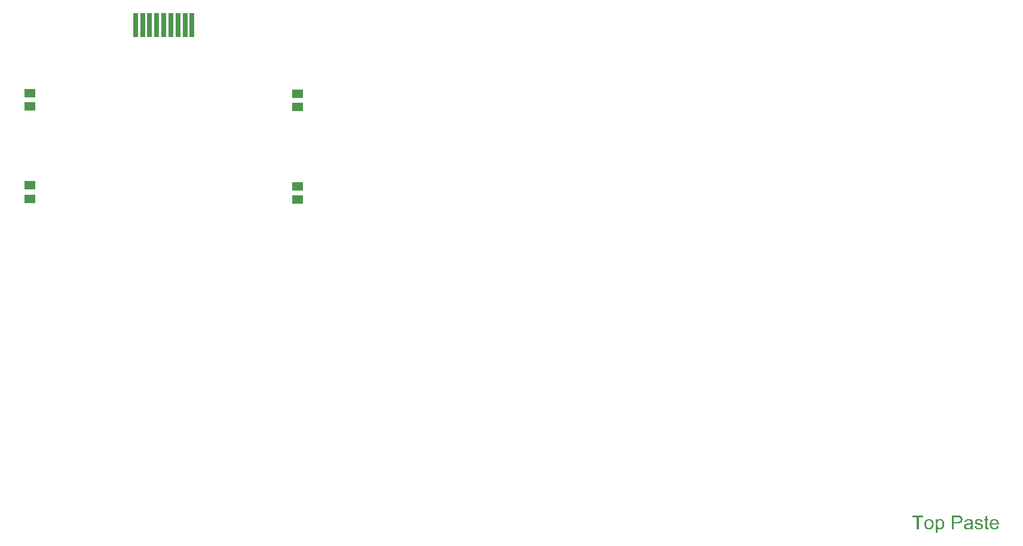
<source format=gtp>
%FSLAX25Y25*%
%MOIN*%
G70*
G01*
G75*
G04 Layer_Color=8421504*
%ADD10R,0.05906X0.05118*%
%ADD11R,0.03000X0.13386*%
%ADD12C,0.01200*%
%ADD13C,0.02500*%
%ADD14C,0.05000*%
%ADD15C,0.17716*%
%ADD16C,0.08661*%
%ADD17C,0.05906*%
%ADD18C,0.10000*%
%ADD19C,0.07874*%
%ADD20C,0.07000*%
%ADD21R,0.07000X0.07000*%
%ADD22C,0.07874*%
%ADD23R,0.05906X0.05906*%
%ADD24R,0.07000X0.07000*%
%ADD25C,0.04724*%
%ADD26C,0.06000*%
%ADD27C,0.03150*%
%ADD28C,0.03937*%
%ADD29R,0.03937X0.11811*%
%ADD30R,0.02756X0.03937*%
%ADD31R,0.03600X0.03600*%
%ADD32R,0.05000X0.03600*%
%ADD33R,0.02362X0.03543*%
%ADD34R,0.03543X0.02362*%
%ADD35R,0.03937X0.04331*%
%ADD36R,0.09843X0.07087*%
%ADD37R,0.07087X0.09843*%
%ADD38R,0.06299X0.13780*%
%ADD39R,0.13780X0.06299*%
%ADD40R,0.03937X0.02362*%
%ADD41O,0.08858X0.01575*%
%ADD42R,0.06890X0.04921*%
%ADD43O,0.02165X0.06890*%
%ADD44O,0.06890X0.02165*%
%ADD45R,0.07087X0.03937*%
%ADD46R,0.04331X0.03937*%
%ADD47R,0.07874X0.03150*%
%ADD48R,0.03600X0.05000*%
%ADD49R,0.03600X0.03600*%
%ADD50R,0.02559X0.04331*%
%ADD51R,0.05315X0.01575*%
%ADD52R,0.06299X0.08268*%
%ADD53R,0.07480X0.07480*%
%ADD54R,0.21654X0.08465*%
%ADD55R,0.05000X0.02500*%
%ADD56R,0.10000X0.10512*%
%ADD57C,0.02000*%
%ADD58C,0.10000*%
%ADD59R,0.46850X0.13386*%
%ADD60R,0.24410X0.18504*%
%ADD61R,0.34646X0.04724*%
%ADD62R,0.25591X0.18110*%
%ADD63R,0.20079X0.05512*%
%ADD64R,0.10236X0.26378*%
%ADD65R,0.27559X0.20472*%
%ADD66R,0.27165X0.35433*%
%ADD67R,0.08661X0.04331*%
%ADD68R,0.09449X0.02362*%
%ADD69R,0.05118X0.07087*%
%ADD70R,0.03937X0.05118*%
%ADD71R,0.03937X0.03150*%
%ADD72R,0.07874X0.15748*%
%ADD73C,0.00965*%
%ADD74C,0.01000*%
%ADD75C,0.00500*%
%ADD76C,0.00700*%
G36*
X508375Y48823D02*
X505842D01*
Y42046D01*
X504820D01*
Y48823D01*
X502287D01*
Y49734D01*
X508375D01*
Y48823D01*
D02*
G37*
G36*
X543871Y47623D02*
X544827D01*
Y46890D01*
X543871D01*
Y43612D01*
Y43590D01*
Y43546D01*
Y43479D01*
X543883Y43401D01*
X543894Y43223D01*
X543905Y43146D01*
X543916Y43090D01*
X543927Y43068D01*
X543960Y43023D01*
X544005Y42968D01*
X544082Y42912D01*
X544105Y42901D01*
X544160Y42879D01*
X544260Y42857D01*
X544405Y42846D01*
X544516D01*
X544571Y42857D01*
X544649D01*
X544738Y42868D01*
X544827Y42879D01*
X544949Y42046D01*
X544927D01*
X544882Y42035D01*
X544805Y42024D01*
X544705Y42012D01*
X544594Y41990D01*
X544471Y41979D01*
X544227Y41968D01*
X544138D01*
X544049Y41979D01*
X543938Y41990D01*
X543805Y42001D01*
X543672Y42035D01*
X543549Y42068D01*
X543427Y42123D01*
X543416Y42135D01*
X543383Y42157D01*
X543338Y42190D01*
X543271Y42246D01*
X543216Y42301D01*
X543149Y42379D01*
X543083Y42457D01*
X543038Y42557D01*
Y42568D01*
X543016Y42612D01*
X543005Y42690D01*
X542983Y42801D01*
X542960Y42946D01*
X542949Y43034D01*
Y43134D01*
X542938Y43257D01*
X542927Y43379D01*
Y43512D01*
Y43668D01*
Y46890D01*
X542227D01*
Y47623D01*
X542927D01*
Y49001D01*
X543871Y49567D01*
Y47623D01*
D02*
G37*
G36*
X534017Y47734D02*
X534184Y47723D01*
X534372Y47701D01*
X534561Y47667D01*
X534750Y47623D01*
X534928Y47567D01*
X534950Y47556D01*
X535006Y47534D01*
X535083Y47501D01*
X535183Y47456D01*
X535294Y47390D01*
X535406Y47323D01*
X535506Y47234D01*
X535595Y47145D01*
X535606Y47134D01*
X535628Y47101D01*
X535661Y47045D01*
X535706Y46979D01*
X535761Y46879D01*
X535806Y46779D01*
X535850Y46656D01*
X535883Y46512D01*
Y46501D01*
X535894Y46468D01*
X535906Y46401D01*
X535917Y46312D01*
Y46190D01*
X535928Y46045D01*
X535939Y45856D01*
Y45645D01*
Y44379D01*
Y44368D01*
Y44323D01*
Y44257D01*
Y44168D01*
Y44068D01*
Y43946D01*
X535950Y43679D01*
Y43401D01*
X535961Y43123D01*
X535972Y43001D01*
Y42890D01*
X535983Y42790D01*
X535994Y42712D01*
Y42701D01*
X536006Y42657D01*
X536017Y42590D01*
X536050Y42501D01*
X536072Y42401D01*
X536117Y42290D01*
X536172Y42168D01*
X536228Y42046D01*
X535239D01*
X535228Y42057D01*
X535217Y42101D01*
X535194Y42157D01*
X535161Y42246D01*
X535128Y42346D01*
X535106Y42468D01*
X535083Y42601D01*
X535061Y42746D01*
X535050D01*
X535039Y42723D01*
X534972Y42668D01*
X534872Y42590D01*
X534739Y42490D01*
X534572Y42390D01*
X534406Y42279D01*
X534228Y42179D01*
X534039Y42101D01*
X534017Y42090D01*
X533950Y42079D01*
X533850Y42046D01*
X533728Y42012D01*
X533572Y41979D01*
X533395Y41957D01*
X533195Y41935D01*
X532995Y41923D01*
X532906D01*
X532839Y41935D01*
X532761D01*
X532673Y41946D01*
X532473Y41979D01*
X532250Y42035D01*
X532006Y42112D01*
X531784Y42224D01*
X531584Y42368D01*
X531562Y42390D01*
X531506Y42446D01*
X531428Y42546D01*
X531339Y42679D01*
X531250Y42846D01*
X531173Y43034D01*
X531117Y43268D01*
X531106Y43379D01*
X531095Y43512D01*
Y43534D01*
Y43579D01*
X531106Y43657D01*
X531117Y43757D01*
X531139Y43879D01*
X531173Y44001D01*
X531217Y44134D01*
X531273Y44257D01*
X531284Y44268D01*
X531306Y44312D01*
X531351Y44379D01*
X531406Y44457D01*
X531473Y44546D01*
X531562Y44634D01*
X531650Y44723D01*
X531762Y44801D01*
X531773Y44812D01*
X531817Y44834D01*
X531873Y44879D01*
X531961Y44923D01*
X532061Y44968D01*
X532184Y45023D01*
X532306Y45068D01*
X532450Y45112D01*
X532462D01*
X532506Y45123D01*
X532573Y45145D01*
X532661Y45156D01*
X532773Y45179D01*
X532917Y45201D01*
X533084Y45234D01*
X533284Y45257D01*
X533295D01*
X533339Y45268D01*
X533395D01*
X533472Y45279D01*
X533561Y45290D01*
X533673Y45312D01*
X533795Y45323D01*
X533928Y45345D01*
X534195Y45401D01*
X534483Y45456D01*
X534739Y45523D01*
X534861Y45557D01*
X534972Y45590D01*
Y45601D01*
Y45623D01*
X534983Y45690D01*
Y45768D01*
Y45812D01*
Y45834D01*
Y45845D01*
Y45856D01*
Y45923D01*
X534972Y46034D01*
X534950Y46156D01*
X534917Y46290D01*
X534861Y46423D01*
X534795Y46545D01*
X534706Y46645D01*
X534695Y46656D01*
X534639Y46701D01*
X534550Y46745D01*
X534439Y46812D01*
X534283Y46867D01*
X534106Y46923D01*
X533884Y46956D01*
X533628Y46968D01*
X533517D01*
X533406Y46956D01*
X533250Y46934D01*
X533095Y46912D01*
X532928Y46867D01*
X532773Y46812D01*
X532639Y46734D01*
X532628Y46723D01*
X532584Y46690D01*
X532528Y46634D01*
X532462Y46545D01*
X532395Y46434D01*
X532317Y46290D01*
X532250Y46112D01*
X532184Y45912D01*
X531262Y46034D01*
Y46045D01*
X531273Y46056D01*
Y46090D01*
X531284Y46134D01*
X531317Y46234D01*
X531362Y46379D01*
X531417Y46523D01*
X531484Y46679D01*
X531573Y46834D01*
X531673Y46979D01*
X531684Y46990D01*
X531728Y47034D01*
X531795Y47101D01*
X531884Y47190D01*
X532006Y47278D01*
X532150Y47367D01*
X532317Y47467D01*
X532506Y47545D01*
X532517D01*
X532528Y47556D01*
X532561Y47567D01*
X532606Y47578D01*
X532717Y47612D01*
X532872Y47645D01*
X533050Y47679D01*
X533273Y47712D01*
X533506Y47734D01*
X533773Y47745D01*
X533895D01*
X534017Y47734D01*
D02*
G37*
G36*
X527695Y49723D02*
X527884Y49712D01*
X528084Y49700D01*
X528273Y49678D01*
X528440Y49656D01*
X528462D01*
X528540Y49634D01*
X528640Y49612D01*
X528773Y49578D01*
X528917Y49523D01*
X529073Y49456D01*
X529240Y49378D01*
X529384Y49289D01*
X529406Y49278D01*
X529451Y49245D01*
X529517Y49178D01*
X529606Y49101D01*
X529706Y49001D01*
X529806Y48867D01*
X529917Y48723D01*
X530006Y48556D01*
X530017Y48534D01*
X530040Y48478D01*
X530084Y48378D01*
X530128Y48245D01*
X530162Y48090D01*
X530206Y47912D01*
X530228Y47712D01*
X530239Y47501D01*
Y47490D01*
Y47456D01*
Y47412D01*
X530228Y47334D01*
X530217Y47256D01*
X530206Y47156D01*
X530184Y47045D01*
X530162Y46923D01*
X530084Y46668D01*
X530040Y46534D01*
X529973Y46390D01*
X529895Y46245D01*
X529817Y46112D01*
X529717Y45979D01*
X529606Y45845D01*
X529595Y45834D01*
X529573Y45812D01*
X529539Y45779D01*
X529484Y45745D01*
X529417Y45690D01*
X529328Y45634D01*
X529217Y45568D01*
X529095Y45512D01*
X528951Y45445D01*
X528784Y45379D01*
X528606Y45323D01*
X528395Y45279D01*
X528173Y45234D01*
X527929Y45201D01*
X527651Y45179D01*
X527362Y45168D01*
X525395D01*
Y42046D01*
X524373D01*
Y49734D01*
X527529D01*
X527695Y49723D01*
D02*
G37*
G36*
X511752Y47734D02*
X511852Y47723D01*
X511964Y47701D01*
X512086Y47679D01*
X512230Y47656D01*
X512530Y47556D01*
X512686Y47501D01*
X512841Y47423D01*
X512997Y47345D01*
X513152Y47234D01*
X513297Y47123D01*
X513441Y46990D01*
X513452Y46979D01*
X513475Y46956D01*
X513508Y46912D01*
X513552Y46856D01*
X513608Y46779D01*
X513674Y46679D01*
X513741Y46567D01*
X513808Y46445D01*
X513874Y46312D01*
X513941Y46145D01*
X514008Y45979D01*
X514063Y45790D01*
X514108Y45590D01*
X514141Y45379D01*
X514163Y45156D01*
X514174Y44912D01*
Y44901D01*
Y44868D01*
Y44812D01*
Y44734D01*
X514163Y44646D01*
X514152Y44534D01*
Y44423D01*
X514130Y44301D01*
X514097Y44023D01*
X514030Y43746D01*
X513952Y43468D01*
X513841Y43212D01*
Y43201D01*
X513830Y43190D01*
X513808Y43157D01*
X513786Y43112D01*
X513708Y43001D01*
X513608Y42868D01*
X513475Y42712D01*
X513308Y42557D01*
X513119Y42401D01*
X512897Y42257D01*
X512886D01*
X512875Y42246D01*
X512841Y42224D01*
X512786Y42201D01*
X512730Y42179D01*
X512664Y42157D01*
X512497Y42090D01*
X512308Y42035D01*
X512075Y41979D01*
X511830Y41935D01*
X511564Y41923D01*
X511452D01*
X511364Y41935D01*
X511264Y41946D01*
X511153Y41968D01*
X511019Y41990D01*
X510886Y42012D01*
X510586Y42101D01*
X510419Y42168D01*
X510264Y42235D01*
X510108Y42323D01*
X509953Y42423D01*
X509808Y42535D01*
X509664Y42668D01*
X509653Y42679D01*
X509630Y42701D01*
X509597Y42746D01*
X509553Y42812D01*
X509497Y42890D01*
X509442Y42979D01*
X509375Y43090D01*
X509308Y43223D01*
X509242Y43368D01*
X509175Y43534D01*
X509119Y43712D01*
X509064Y43901D01*
X509019Y44112D01*
X508986Y44334D01*
X508964Y44579D01*
X508953Y44834D01*
Y44857D01*
Y44901D01*
X508964Y44979D01*
Y45090D01*
X508975Y45212D01*
X508997Y45368D01*
X509019Y45523D01*
X509064Y45701D01*
X509108Y45879D01*
X509164Y46068D01*
X509231Y46268D01*
X509319Y46456D01*
X509408Y46634D01*
X509530Y46812D01*
X509653Y46979D01*
X509808Y47123D01*
X509819Y47134D01*
X509841Y47145D01*
X509886Y47179D01*
X509941Y47223D01*
X510008Y47267D01*
X510097Y47323D01*
X510186Y47379D01*
X510297Y47434D01*
X510419Y47490D01*
X510553Y47545D01*
X510852Y47645D01*
X511197Y47723D01*
X511375Y47734D01*
X511564Y47745D01*
X511675D01*
X511752Y47734D01*
D02*
G37*
G36*
X517930D02*
X518007Y47723D01*
X518174Y47701D01*
X518374Y47656D01*
X518585Y47590D01*
X518796Y47490D01*
X519007Y47367D01*
X519018D01*
X519030Y47345D01*
X519096Y47301D01*
X519196Y47212D01*
X519318Y47101D01*
X519452Y46956D01*
X519585Y46779D01*
X519718Y46567D01*
X519829Y46334D01*
Y46323D01*
X519840Y46301D01*
X519852Y46268D01*
X519874Y46223D01*
X519896Y46156D01*
X519918Y46079D01*
X519974Y45901D01*
X520029Y45679D01*
X520074Y45434D01*
X520107Y45156D01*
X520118Y44868D01*
Y44857D01*
Y44834D01*
Y44790D01*
Y44723D01*
X520107Y44646D01*
Y44557D01*
X520085Y44357D01*
X520041Y44112D01*
X519985Y43857D01*
X519907Y43590D01*
X519807Y43323D01*
Y43312D01*
X519796Y43290D01*
X519774Y43257D01*
X519752Y43212D01*
X519674Y43090D01*
X519574Y42935D01*
X519452Y42768D01*
X519296Y42601D01*
X519118Y42435D01*
X518907Y42279D01*
X518896D01*
X518885Y42268D01*
X518852Y42246D01*
X518807Y42224D01*
X518696Y42168D01*
X518541Y42101D01*
X518352Y42035D01*
X518152Y41979D01*
X517918Y41935D01*
X517685Y41923D01*
X517607D01*
X517519Y41935D01*
X517407Y41946D01*
X517274Y41968D01*
X517130Y42001D01*
X516985Y42046D01*
X516841Y42112D01*
X516830Y42123D01*
X516774Y42146D01*
X516708Y42190D01*
X516619Y42257D01*
X516530Y42323D01*
X516419Y42412D01*
X516319Y42512D01*
X516230Y42623D01*
Y39913D01*
X515285D01*
Y47623D01*
X516141D01*
Y46890D01*
X516152Y46912D01*
X516196Y46956D01*
X516252Y47034D01*
X516341Y47123D01*
X516441Y47234D01*
X516552Y47334D01*
X516685Y47434D01*
X516819Y47523D01*
X516841Y47534D01*
X516885Y47556D01*
X516974Y47590D01*
X517085Y47634D01*
X517219Y47679D01*
X517374Y47712D01*
X517552Y47734D01*
X517752Y47745D01*
X517874D01*
X517930Y47734D01*
D02*
G37*
G36*
X548227D02*
X548315Y47723D01*
X548427Y47701D01*
X548549Y47679D01*
X548693Y47645D01*
X548827Y47612D01*
X548982Y47556D01*
X549126Y47501D01*
X549282Y47423D01*
X549438Y47334D01*
X549593Y47234D01*
X549738Y47112D01*
X549871Y46979D01*
X549882Y46968D01*
X549904Y46945D01*
X549937Y46901D01*
X549982Y46834D01*
X550037Y46756D01*
X550093Y46668D01*
X550160Y46556D01*
X550226Y46423D01*
X550293Y46279D01*
X550360Y46123D01*
X550415Y45945D01*
X550471Y45757D01*
X550515Y45545D01*
X550549Y45323D01*
X550571Y45090D01*
X550582Y44834D01*
Y44823D01*
Y44779D01*
Y44701D01*
X550571Y44590D01*
X546405D01*
Y44579D01*
Y44546D01*
X546416Y44501D01*
Y44434D01*
X546427Y44357D01*
X546449Y44268D01*
X546482Y44068D01*
X546549Y43845D01*
X546638Y43601D01*
X546760Y43379D01*
X546916Y43179D01*
X546927D01*
X546938Y43157D01*
X547005Y43101D01*
X547105Y43023D01*
X547238Y42946D01*
X547415Y42857D01*
X547615Y42779D01*
X547838Y42723D01*
X547960Y42712D01*
X548093Y42701D01*
X548182D01*
X548282Y42712D01*
X548404Y42735D01*
X548538Y42768D01*
X548693Y42812D01*
X548838Y42879D01*
X548982Y42968D01*
X548993Y42979D01*
X549049Y43023D01*
X549115Y43090D01*
X549193Y43179D01*
X549282Y43301D01*
X549382Y43457D01*
X549482Y43635D01*
X549571Y43845D01*
X550549Y43723D01*
Y43712D01*
X550537Y43690D01*
X550526Y43646D01*
X550504Y43579D01*
X550471Y43512D01*
X550437Y43423D01*
X550349Y43235D01*
X550238Y43023D01*
X550082Y42801D01*
X549904Y42590D01*
X549682Y42390D01*
X549671D01*
X549649Y42368D01*
X549615Y42346D01*
X549571Y42312D01*
X549504Y42279D01*
X549438Y42246D01*
X549349Y42201D01*
X549249Y42157D01*
X549138Y42112D01*
X549026Y42068D01*
X548749Y42001D01*
X548438Y41946D01*
X548093Y41923D01*
X547971D01*
X547893Y41935D01*
X547793Y41946D01*
X547671Y41968D01*
X547538Y41990D01*
X547393Y42012D01*
X547082Y42101D01*
X546916Y42168D01*
X546760Y42235D01*
X546593Y42323D01*
X546438Y42423D01*
X546293Y42535D01*
X546149Y42668D01*
X546138Y42679D01*
X546116Y42701D01*
X546082Y42746D01*
X546038Y42812D01*
X545982Y42890D01*
X545927Y42979D01*
X545860Y43090D01*
X545793Y43212D01*
X545727Y43357D01*
X545660Y43512D01*
X545605Y43690D01*
X545549Y43879D01*
X545505Y44079D01*
X545471Y44301D01*
X545449Y44534D01*
X545438Y44779D01*
Y44790D01*
Y44845D01*
Y44912D01*
X545449Y45012D01*
X545460Y45134D01*
X545471Y45268D01*
X545494Y45423D01*
X545527Y45579D01*
X545616Y45934D01*
X545671Y46112D01*
X545738Y46301D01*
X545827Y46479D01*
X545927Y46645D01*
X546038Y46812D01*
X546160Y46968D01*
X546171Y46979D01*
X546193Y47001D01*
X546238Y47034D01*
X546293Y47090D01*
X546360Y47145D01*
X546449Y47212D01*
X546549Y47290D01*
X546671Y47356D01*
X546793Y47434D01*
X546938Y47501D01*
X547093Y47567D01*
X547260Y47623D01*
X547438Y47679D01*
X547627Y47712D01*
X547827Y47734D01*
X548038Y47745D01*
X548149D01*
X548227Y47734D01*
D02*
G37*
G36*
X539450D02*
X539616Y47723D01*
X539794Y47701D01*
X539983Y47656D01*
X540183Y47612D01*
X540372Y47545D01*
X540383D01*
X540394Y47534D01*
X540450Y47512D01*
X540539Y47467D01*
X540650Y47412D01*
X540772Y47334D01*
X540894Y47245D01*
X541005Y47145D01*
X541105Y47034D01*
X541116Y47023D01*
X541138Y46979D01*
X541183Y46901D01*
X541238Y46812D01*
X541294Y46679D01*
X541350Y46534D01*
X541394Y46367D01*
X541438Y46179D01*
X540516Y46056D01*
Y46079D01*
X540505Y46123D01*
X540483Y46201D01*
X540450Y46301D01*
X540394Y46401D01*
X540327Y46512D01*
X540250Y46623D01*
X540138Y46723D01*
X540127Y46734D01*
X540083Y46756D01*
X540016Y46801D01*
X539916Y46845D01*
X539805Y46890D01*
X539661Y46934D01*
X539483Y46956D01*
X539294Y46968D01*
X539183D01*
X539072Y46956D01*
X538928Y46945D01*
X538783Y46912D01*
X538627Y46879D01*
X538483Y46823D01*
X538361Y46745D01*
X538350Y46734D01*
X538316Y46712D01*
X538272Y46668D01*
X538228Y46601D01*
X538172Y46534D01*
X538128Y46445D01*
X538094Y46345D01*
X538083Y46245D01*
Y46234D01*
Y46212D01*
X538094Y46179D01*
Y46134D01*
X538128Y46023D01*
X538194Y45912D01*
X538205Y45901D01*
X538216Y45890D01*
X538239Y45856D01*
X538283Y45823D01*
X538328Y45790D01*
X538394Y45745D01*
X538472Y45712D01*
X538561Y45668D01*
X538572D01*
X538594Y45656D01*
X538639Y45645D01*
X538716Y45612D01*
X538828Y45579D01*
X538972Y45545D01*
X539061Y45512D01*
X539161Y45490D01*
X539272Y45456D01*
X539394Y45423D01*
X539405D01*
X539439Y45412D01*
X539494Y45401D01*
X539561Y45379D01*
X539639Y45357D01*
X539739Y45334D01*
X539950Y45268D01*
X540183Y45201D01*
X540416Y45123D01*
X540627Y45045D01*
X540716Y45012D01*
X540794Y44979D01*
X540816Y44968D01*
X540861Y44945D01*
X540927Y44912D01*
X541027Y44857D01*
X541127Y44790D01*
X541227Y44701D01*
X541327Y44601D01*
X541416Y44490D01*
X541427Y44479D01*
X541449Y44434D01*
X541494Y44368D01*
X541538Y44268D01*
X541572Y44146D01*
X541616Y44012D01*
X541638Y43857D01*
X541649Y43679D01*
Y43657D01*
Y43601D01*
X541638Y43512D01*
X541616Y43390D01*
X541583Y43257D01*
X541527Y43112D01*
X541461Y42946D01*
X541372Y42790D01*
X541361Y42768D01*
X541316Y42723D01*
X541261Y42646D01*
X541172Y42557D01*
X541049Y42457D01*
X540916Y42346D01*
X540761Y42246D01*
X540572Y42146D01*
X540561D01*
X540550Y42135D01*
X540483Y42112D01*
X540372Y42079D01*
X540227Y42035D01*
X540050Y41990D01*
X539850Y41957D01*
X539639Y41935D01*
X539394Y41923D01*
X539294D01*
X539216Y41935D01*
X539127D01*
X539016Y41946D01*
X538905Y41957D01*
X538783Y41979D01*
X538516Y42035D01*
X538239Y42112D01*
X537972Y42224D01*
X537850Y42290D01*
X537739Y42368D01*
X537728Y42379D01*
X537716Y42390D01*
X537650Y42457D01*
X537550Y42557D01*
X537439Y42712D01*
X537317Y42901D01*
X537194Y43123D01*
X537094Y43401D01*
X537017Y43712D01*
X537950Y43857D01*
Y43845D01*
Y43834D01*
X537972Y43768D01*
X537994Y43657D01*
X538039Y43534D01*
X538094Y43401D01*
X538161Y43257D01*
X538261Y43112D01*
X538383Y42990D01*
X538405Y42979D01*
X538450Y42946D01*
X538539Y42901D01*
X538650Y42846D01*
X538794Y42790D01*
X538961Y42746D01*
X539161Y42712D01*
X539394Y42701D01*
X539505D01*
X539616Y42712D01*
X539761Y42735D01*
X539916Y42768D01*
X540083Y42812D01*
X540227Y42868D01*
X540361Y42957D01*
X540372Y42968D01*
X540416Y43001D01*
X540461Y43057D01*
X540527Y43134D01*
X540583Y43223D01*
X540638Y43334D01*
X540672Y43446D01*
X540683Y43579D01*
Y43590D01*
Y43635D01*
X540672Y43690D01*
X540650Y43768D01*
X540616Y43845D01*
X540561Y43923D01*
X540494Y44012D01*
X540394Y44079D01*
X540383Y44090D01*
X540350Y44101D01*
X540294Y44134D01*
X540205Y44168D01*
X540072Y44212D01*
X539994Y44245D01*
X539905Y44268D01*
X539805Y44301D01*
X539694Y44334D01*
X539572Y44368D01*
X539428Y44401D01*
X539416D01*
X539383Y44412D01*
X539327Y44423D01*
X539261Y44445D01*
X539172Y44468D01*
X539072Y44501D01*
X538861Y44557D01*
X538616Y44634D01*
X538383Y44701D01*
X538161Y44779D01*
X538061Y44823D01*
X537983Y44857D01*
X537961Y44868D01*
X537917Y44890D01*
X537850Y44934D01*
X537761Y44990D01*
X537661Y45068D01*
X537561Y45156D01*
X537461Y45257D01*
X537372Y45379D01*
X537361Y45390D01*
X537339Y45434D01*
X537305Y45512D01*
X537272Y45601D01*
X537239Y45712D01*
X537206Y45845D01*
X537183Y45979D01*
X537172Y46134D01*
Y46156D01*
Y46201D01*
X537183Y46268D01*
X537194Y46367D01*
X537217Y46468D01*
X537239Y46590D01*
X537283Y46701D01*
X537339Y46823D01*
X537350Y46834D01*
X537372Y46879D01*
X537405Y46934D01*
X537461Y47012D01*
X537528Y47090D01*
X537605Y47190D01*
X537694Y47278D01*
X537805Y47356D01*
X537816Y47367D01*
X537850Y47379D01*
X537894Y47412D01*
X537961Y47445D01*
X538050Y47490D01*
X538150Y47534D01*
X538272Y47578D01*
X538405Y47623D01*
X538427Y47634D01*
X538472Y47645D01*
X538550Y47667D01*
X538650Y47690D01*
X538772Y47712D01*
X538905Y47723D01*
X539061Y47745D01*
X539327D01*
X539450Y47734D01*
D02*
G37*
%LPC*%
G36*
X548049Y46968D02*
X547982D01*
X547938Y46956D01*
X547816Y46945D01*
X547671Y46912D01*
X547493Y46856D01*
X547304Y46779D01*
X547127Y46668D01*
X546949Y46523D01*
X546927Y46501D01*
X546882Y46445D01*
X546805Y46345D01*
X546727Y46212D01*
X546638Y46056D01*
X546560Y45856D01*
X546493Y45623D01*
X546460Y45368D01*
X549582D01*
Y45379D01*
Y45401D01*
X549571Y45434D01*
Y45479D01*
X549549Y45612D01*
X549515Y45757D01*
X549460Y45934D01*
X549404Y46101D01*
X549315Y46268D01*
X549215Y46412D01*
Y46423D01*
X549193Y46434D01*
X549138Y46501D01*
X549038Y46590D01*
X548904Y46690D01*
X548738Y46790D01*
X548538Y46879D01*
X548304Y46945D01*
X548182Y46956D01*
X548049Y46968D01*
D02*
G37*
G36*
X527595Y48823D02*
X525395D01*
Y46079D01*
X527462D01*
X527540Y46090D01*
X527618D01*
X527706Y46101D01*
X527917Y46123D01*
X528151Y46167D01*
X528384Y46234D01*
X528595Y46323D01*
X528695Y46379D01*
X528773Y46445D01*
X528795Y46468D01*
X528840Y46512D01*
X528906Y46601D01*
X528984Y46712D01*
X529062Y46856D01*
X529129Y47034D01*
X529173Y47234D01*
X529195Y47467D01*
Y47479D01*
Y47490D01*
Y47545D01*
X529184Y47645D01*
X529162Y47756D01*
X529140Y47879D01*
X529095Y48023D01*
X529029Y48156D01*
X528951Y48290D01*
X528940Y48301D01*
X528906Y48345D01*
X528851Y48401D01*
X528784Y48478D01*
X528684Y48556D01*
X528573Y48623D01*
X528451Y48689D01*
X528306Y48745D01*
X528295D01*
X528251Y48756D01*
X528184Y48767D01*
X528095Y48790D01*
X527962Y48801D01*
X527795Y48812D01*
X527595Y48823D01*
D02*
G37*
G36*
X517663Y47001D02*
X517607D01*
X517563Y46990D01*
X517452Y46968D01*
X517307Y46934D01*
X517141Y46867D01*
X516963Y46768D01*
X516863Y46701D01*
X516774Y46623D01*
X516685Y46534D01*
X516596Y46434D01*
Y46423D01*
X516574Y46412D01*
X516552Y46379D01*
X516530Y46334D01*
X516496Y46268D01*
X516452Y46201D01*
X516407Y46112D01*
X516374Y46023D01*
X516330Y45912D01*
X516285Y45790D01*
X516252Y45656D01*
X516208Y45512D01*
X516185Y45345D01*
X516163Y45179D01*
X516141Y45001D01*
Y44801D01*
Y44790D01*
Y44757D01*
Y44701D01*
X516152Y44623D01*
Y44534D01*
X516163Y44434D01*
X516196Y44201D01*
X516252Y43934D01*
X516319Y43679D01*
X516430Y43423D01*
X516496Y43312D01*
X516574Y43212D01*
X516596Y43190D01*
X516652Y43134D01*
X516741Y43046D01*
X516863Y42957D01*
X517019Y42868D01*
X517196Y42779D01*
X517396Y42723D01*
X517507Y42712D01*
X517619Y42701D01*
X517685D01*
X517730Y42712D01*
X517841Y42735D01*
X517996Y42768D01*
X518163Y42834D01*
X518341Y42923D01*
X518518Y43057D01*
X518607Y43134D01*
X518696Y43223D01*
Y43235D01*
X518718Y43246D01*
X518741Y43279D01*
X518763Y43323D01*
X518807Y43379D01*
X518841Y43457D01*
X518885Y43534D01*
X518929Y43635D01*
X518963Y43734D01*
X519007Y43868D01*
X519052Y44001D01*
X519085Y44146D01*
X519107Y44312D01*
X519130Y44490D01*
X519152Y44679D01*
Y44879D01*
Y44890D01*
Y44923D01*
Y44979D01*
X519141Y45057D01*
Y45145D01*
X519130Y45245D01*
X519096Y45479D01*
X519041Y45734D01*
X518963Y45990D01*
X518852Y46245D01*
X518785Y46367D01*
X518707Y46468D01*
Y46479D01*
X518685Y46490D01*
X518630Y46556D01*
X518541Y46634D01*
X518418Y46734D01*
X518263Y46834D01*
X518085Y46923D01*
X517885Y46979D01*
X517774Y46990D01*
X517663Y47001D01*
D02*
G37*
G36*
X534983Y44845D02*
X534972D01*
X534961Y44834D01*
X534928Y44823D01*
X534883Y44812D01*
X534828Y44790D01*
X534761Y44768D01*
X534684Y44745D01*
X534595Y44723D01*
X534495Y44690D01*
X534372Y44668D01*
X534250Y44634D01*
X534106Y44601D01*
X533950Y44568D01*
X533795Y44534D01*
X533617Y44512D01*
X533428Y44479D01*
X533406D01*
X533339Y44468D01*
X533228Y44445D01*
X533106Y44423D01*
X532972Y44401D01*
X532839Y44368D01*
X532717Y44334D01*
X532606Y44290D01*
X532595D01*
X532561Y44268D01*
X532517Y44245D01*
X532473Y44212D01*
X532339Y44123D01*
X532228Y43990D01*
Y43979D01*
X532206Y43957D01*
X532195Y43912D01*
X532173Y43857D01*
X532150Y43790D01*
X532128Y43723D01*
X532117Y43635D01*
X532106Y43546D01*
Y43534D01*
Y43479D01*
X532117Y43412D01*
X532139Y43323D01*
X532173Y43223D01*
X532228Y43123D01*
X532295Y43012D01*
X532384Y42912D01*
X532395Y42901D01*
X532439Y42879D01*
X532506Y42834D01*
X532595Y42790D01*
X532717Y42746D01*
X532861Y42701D01*
X533028Y42679D01*
X533228Y42668D01*
X533317D01*
X533428Y42679D01*
X533550Y42701D01*
X533706Y42723D01*
X533861Y42768D01*
X534028Y42823D01*
X534195Y42901D01*
X534217Y42912D01*
X534261Y42946D01*
X534339Y43001D01*
X534428Y43079D01*
X534528Y43168D01*
X534639Y43279D01*
X534728Y43412D01*
X534817Y43557D01*
X534828Y43568D01*
X534839Y43612D01*
X534861Y43690D01*
X534895Y43790D01*
X534928Y43923D01*
X534950Y44079D01*
X534961Y44268D01*
X534972Y44490D01*
X534983Y44845D01*
D02*
G37*
G36*
X511564Y46968D02*
X511497D01*
X511441Y46956D01*
X511319Y46945D01*
X511153Y46901D01*
X510964Y46834D01*
X510764Y46745D01*
X510575Y46612D01*
X510475Y46523D01*
X510386Y46434D01*
Y46423D01*
X510364Y46412D01*
X510342Y46379D01*
X510308Y46334D01*
X510275Y46279D01*
X510242Y46212D01*
X510197Y46123D01*
X510153Y46034D01*
X510108Y45923D01*
X510064Y45812D01*
X510030Y45679D01*
X509997Y45534D01*
X509964Y45379D01*
X509941Y45212D01*
X509930Y45023D01*
X509919Y44834D01*
Y44823D01*
Y44790D01*
Y44734D01*
X509930Y44657D01*
Y44568D01*
X509941Y44468D01*
X509975Y44234D01*
X510030Y43968D01*
X510119Y43701D01*
X510230Y43446D01*
X510308Y43334D01*
X510386Y43223D01*
X510397D01*
X510408Y43201D01*
X510475Y43146D01*
X510575Y43057D01*
X510708Y42968D01*
X510875Y42868D01*
X511075Y42779D01*
X511308Y42723D01*
X511430Y42712D01*
X511564Y42701D01*
X511630D01*
X511686Y42712D01*
X511808Y42735D01*
X511975Y42768D01*
X512152Y42834D01*
X512352Y42923D01*
X512541Y43057D01*
X512641Y43146D01*
X512730Y43235D01*
X512741Y43246D01*
X512752Y43257D01*
X512775Y43290D01*
X512808Y43334D01*
X512841Y43390D01*
X512886Y43457D01*
X512930Y43546D01*
X512975Y43635D01*
X513019Y43746D01*
X513052Y43868D01*
X513097Y44001D01*
X513130Y44146D01*
X513163Y44312D01*
X513186Y44479D01*
X513208Y44668D01*
Y44868D01*
Y44879D01*
Y44912D01*
Y44968D01*
X513197Y45034D01*
Y45123D01*
X513186Y45223D01*
X513152Y45456D01*
X513097Y45701D01*
X513008Y45968D01*
X512886Y46212D01*
X512819Y46334D01*
X512730Y46434D01*
Y46445D01*
X512708Y46456D01*
X512641Y46523D01*
X512541Y46601D01*
X512408Y46701D01*
X512241Y46801D01*
X512041Y46890D01*
X511819Y46945D01*
X511697Y46956D01*
X511564Y46968D01*
D02*
G37*
%LPD*%
D10*
X159327Y233314D02*
D03*
Y225833D02*
D03*
X159459Y277610D02*
D03*
Y285090D02*
D03*
X9879Y233846D02*
D03*
Y226366D02*
D03*
X10107Y277861D02*
D03*
Y285341D02*
D03*
D11*
X88668Y323321D02*
D03*
X92567D02*
D03*
X96567D02*
D03*
X100468D02*
D03*
X68919D02*
D03*
X84667D02*
D03*
X80730D02*
D03*
X76793D02*
D03*
X72856D02*
D03*
M02*

</source>
